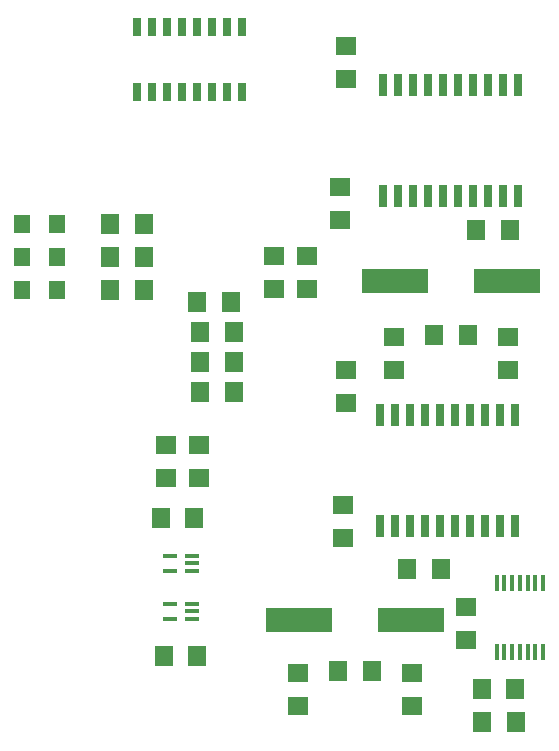
<source format=gbr>
G04 EAGLE Gerber RS-274X export*
G75*
%MOMM*%
%FSLAX34Y34*%
%LPD*%
%INSolderpaste Top*%
%IPPOS*%
%AMOC8*
5,1,8,0,0,1.08239X$1,22.5*%
G01*
%ADD10R,0.700000X1.925000*%
%ADD11R,0.450000X1.475000*%
%ADD12R,0.650000X1.575000*%
%ADD13R,1.200000X0.400000*%
%ADD14R,5.600000X2.100000*%
%ADD15R,1.800000X1.600000*%
%ADD16R,1.600000X1.800000*%
%ADD17R,1.803000X1.600000*%
%ADD18R,1.600000X1.803000*%
%ADD19R,1.400000X1.600000*%


D10*
X468630Y829180D03*
X481330Y829180D03*
X494030Y829180D03*
X506730Y829180D03*
X519430Y829180D03*
X532130Y829180D03*
X544830Y829180D03*
X557530Y829180D03*
X570230Y829180D03*
X582930Y829180D03*
X582930Y923420D03*
X570230Y923420D03*
X557530Y923420D03*
X544830Y923420D03*
X532130Y923420D03*
X519430Y923420D03*
X506730Y923420D03*
X494030Y923420D03*
X481330Y923420D03*
X468630Y923420D03*
X466090Y549780D03*
X478790Y549780D03*
X491490Y549780D03*
X504190Y549780D03*
X516890Y549780D03*
X529590Y549780D03*
X542290Y549780D03*
X554990Y549780D03*
X567690Y549780D03*
X580390Y549780D03*
X580390Y644020D03*
X567690Y644020D03*
X554990Y644020D03*
X542290Y644020D03*
X529590Y644020D03*
X516890Y644020D03*
X504190Y644020D03*
X491490Y644020D03*
X478790Y644020D03*
X466090Y644020D03*
D11*
X564700Y443060D03*
X571200Y443060D03*
X577700Y443060D03*
X584200Y443060D03*
X590700Y443060D03*
X597200Y443060D03*
X603700Y443060D03*
X603700Y501820D03*
X597200Y501820D03*
X590700Y501820D03*
X584200Y501820D03*
X577700Y501820D03*
X571200Y501820D03*
X564700Y501820D03*
D12*
X349250Y972260D03*
X336550Y972260D03*
X323850Y972260D03*
X311150Y972260D03*
X298450Y972260D03*
X285750Y972260D03*
X273050Y972260D03*
X260350Y972260D03*
X260350Y917500D03*
X273050Y917500D03*
X285750Y917500D03*
X298450Y917500D03*
X311150Y917500D03*
X323850Y917500D03*
X336550Y917500D03*
X349250Y917500D03*
D13*
X306680Y511660D03*
X306680Y518160D03*
X306680Y524660D03*
X287680Y524660D03*
X287680Y511660D03*
D14*
X478280Y756920D03*
X573280Y756920D03*
X397000Y469900D03*
X492000Y469900D03*
D15*
X436880Y928340D03*
X436880Y956340D03*
X538480Y481360D03*
X538480Y453360D03*
X477520Y709960D03*
X477520Y681960D03*
X574040Y709960D03*
X574040Y681960D03*
X396240Y425480D03*
X396240Y397480D03*
X492760Y425480D03*
X492760Y397480D03*
D16*
X283180Y439420D03*
X311180Y439420D03*
D15*
X436880Y654020D03*
X436880Y682020D03*
D13*
X306680Y471020D03*
X306680Y477520D03*
X306680Y484020D03*
X287680Y484020D03*
X287680Y471020D03*
D16*
X280640Y556260D03*
X308640Y556260D03*
D17*
X312420Y618740D03*
X312420Y590300D03*
X284480Y618740D03*
X284480Y590300D03*
X375920Y750320D03*
X375920Y778760D03*
X403860Y750320D03*
X403860Y778760D03*
D18*
X313440Y662940D03*
X341880Y662940D03*
X313440Y688340D03*
X341880Y688340D03*
X313440Y713740D03*
X341880Y713740D03*
X310900Y739140D03*
X339340Y739140D03*
D19*
X192340Y805180D03*
X162340Y805180D03*
D17*
X431800Y837180D03*
X431800Y808740D03*
X434340Y567940D03*
X434340Y539500D03*
D18*
X237240Y805180D03*
X265680Y805180D03*
D19*
X192340Y777240D03*
X162340Y777240D03*
D18*
X237240Y777240D03*
X265680Y777240D03*
D19*
X192340Y749300D03*
X162340Y749300D03*
D18*
X237240Y749300D03*
X265680Y749300D03*
X511560Y711200D03*
X540000Y711200D03*
X575560Y800100D03*
X547120Y800100D03*
X430280Y426720D03*
X458720Y426720D03*
X488700Y513080D03*
X517140Y513080D03*
D16*
X580420Y411480D03*
X552420Y411480D03*
D18*
X580640Y383540D03*
X552200Y383540D03*
M02*

</source>
